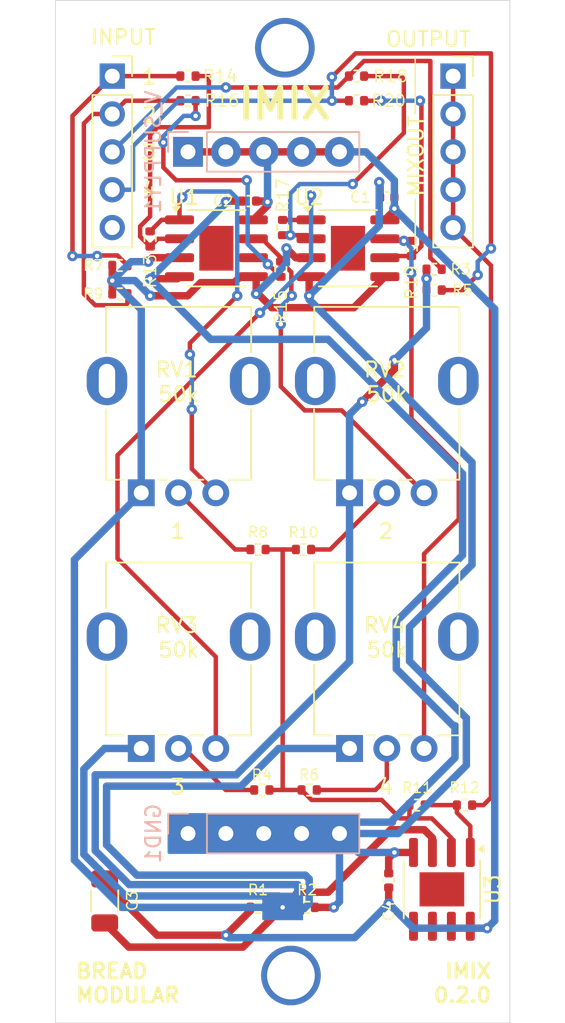
<source format=kicad_pcb>
(kicad_pcb (version 20240108) (generator "pcbnew") (generator_version "8.0")
  (layers (0 "F.Cu" signal) (31 "B.Cu" signal) (34 "B.Paste" user) (35 "F.Paste" user) (36 "B.SilkS" user "B.Silkscreen") (37 "F.SilkS" user "F.Silkscreen") (38 "B.Mask" user) (39 "F.Mask" user) (44 "Edge.Cuts" user))
  (net 0 "")
  (net 1 "GND")
  (net 2 "V_MID")
  (net 3 "IN_3")
  (net 4 "IN_4")
  (net 5 "IN_1")
  (net 7 "IN_2")
  (net 8 "MIXOUT")
  (net 9 "Net-(R4-Pad1)")
  (net 10 "Net-(U3A--)")
  (net 11 "Net-(R6-Pad1)")
  (net 12 "V_SUPPLY")
  (net 13 "Net-(R8-Pad1)")
  (net 14 "Net-(R10-Pad1)")
  (net 15 "Net-(R11-Pad2)")
  (net 16 "Net-(U1A--)")
  (net 17 "Net-(U1B--)")
  (net 18 "Net-(U2A--)")
  (net 19 "Net-(U2B--)")
  (net 23 "Net-(R13-Pad2)")
  (net 24 "Net-(R15-Pad2)")
  (net 25 "Net-(R17-Pad2)")
  (net 26 "Net-(R19-Pad2)")
  (footprint "Resistor_SMD:R_0402_1005Metric" (layer "F.Cu") (at 55.878 45.72)
    (property "Reference" "R14")
    (property "Value" "100k")
  )
  (footprint "Package_SO:SOIC-8-1EP_3.9x4.9mm_P1.27mm_EP2.29x3mm" (layer "F.Cu") (at 72.91 100.265 -90)
    (property "Reference" "U3")
    (property "Value" "MCP6002-xSN")
  )
  (footprint "Capacitor_SMD:C_0402_1005Metric" (layer "F.Cu") (at 59.972 54.102 180)
    (property "Reference" "C2")
    (property "Value" "0.1uf")
  )
  (footprint "BreadModular_Pots:Potentiometer_RV09" (layer "F.Cu") (at 55.372 83.823)
    (property "Reference" "RV3")
    (property "Value" "50k")
  )
  (footprint "Package_SO:SOIC-8-1EP_3.9x4.9mm_P1.27mm_EP2.29x3mm" (layer "F.Cu") (at 57.785 57.265)
    (property "Reference" "U1")
    (property "Value" "MCP6002-xSN")
  )
  (footprint "Capacitor_SMD:C_1206_3216Metric" (layer "F.Cu") (at 50.292 101.043 -90)
    (property "Reference" "C3")
    (property "Value" "100uf")
  )
  (footprint "Resistor_SMD:R_0402_1005Metric" (layer "F.Cu") (at 60.577 77.47)
    (property "Reference" "R8")
    (property "Value" "200k")
  )
  (footprint "Capacitor_SMD:C_0402_1005Metric" (layer "F.Cu") (at 69.342 99.667 90)
    (property "Reference" "C4")
    (property "Value" "0.1uf")
  )
  (footprint "Resistor_SMD:R_0402_1005Metric" (layer "F.Cu") (at 74.424 94.615)
    (property "Reference" "R12")
    (property "Value" "1k")
  )
  (footprint "Resistor_SMD:R_0402_1005Metric" (layer "F.Cu") (at 53.34 56.644 90)
    (property "Reference" "R13")
    (property "Value" "100k")
  )
  (footprint "BreadModular_Pots:Potentiometer_RV09" (layer "F.Cu") (at 69.342 66.678)
    (property "Reference" "RV2")
    (property "Value" "50k")
  )
  (footprint "Resistor_SMD:R_0402_1005Metric" (layer "F.Cu") (at 60.831 93.599)
    (property "Reference" "R4")
    (property "Value" "200k")
  )
  (footprint "Resistor_SMD:R_0402_1005Metric" (layer "F.Cu") (at 72.388 60.071)
    (property "Reference" "R5")
    (property "Value" "1M")
  )
  (footprint "Connector_PinSocket_2.54mm:PinSocket_1x05_P2.54mm_Vertical" (layer "F.Cu") (at 50.8 45.72)
    (property "Reference" "INPUT1")
    (property "Value" "Conn_01x05_Socket")
  )
  (footprint "Resistor_SMD:R_0402_1005Metric" (layer "F.Cu") (at 51.31 58.42)
    (property "Reference" "R7")
    (property "Value" "1M")
  )
  (footprint "Capacitor_SMD:C_0402_1005Metric" (layer "F.Cu") (at 69.243 53.848 180)
    (property "Reference" "C1")
    (property "Value" "0.1uf")
  )
  (footprint "Resistor_SMD:R_0402_1005Metric" (layer "F.Cu") (at 70.866 57.279 90)
    (property "Reference" "R19")
    (property "Value" "100k")
  )
  (footprint "Resistor_SMD:R_0402_1005Metric" (layer "F.Cu") (at 63.879 101.473)
    (property "Reference" "R2")
    (property "Value" "1k")
  )
  (footprint "Resistor_SMD:R_0402_1005Metric" (layer "F.Cu") (at 60.577 101.473)
    (property "Reference" "R1")
    (property "Value" "1k")
  )
  (footprint "Resistor_SMD:R_0402_1005Metric" (layer "F.Cu") (at 67.181 45.72)
    (property "Reference" "R18")
    (property "Value" "100k")
  )
  (footprint "Resistor_SMD:R_0402_1005Metric" (layer "F.Cu") (at 72.388 58.674)
    (property "Reference" "R3")
    (property "Value" "1M")
  )
  (footprint "Package_SO:SOIC-8-1EP_3.9x4.9mm_P1.27mm_EP2.29x3mm" (layer "F.Cu") (at 66.61 57.265)
    (property "Reference" "U2")
    (property "Value" "MCP6002-xSN")
  )
  (footprint "Resistor_SMD:R_0402_1005Metric" (layer "F.Cu") (at 51.31 60.325)
    (property "Reference" "R9")
    (property "Value" "1M")
  )
  (footprint "Resistor_SMD:R_0402_1005Metric" (layer "F.Cu") (at 55.878 47.371)
    (property "Reference" "R16")
    (property "Value" "100k")
  )
  (footprint "Resistor_SMD:R_0402_1005Metric" (layer "F.Cu") (at 64.006 93.599 180)
    (property "Reference" "R6")
    (property "Value" "200k")
  )
  (footprint "Resistor_SMD:R_0402_1005Metric" (layer "F.Cu") (at 67.181 47.371)
    (property "Reference" "R20")
    (property "Value" "100k")
  )
  (footprint "Resistor_SMD:R_0402_1005Metric" (layer "F.Cu") (at 62.23 55.878 90)
    (property "Reference" "R17")
    (property "Value" "100k")
  )
  (footprint "Resistor_SMD:R_0402_1005Metric" (layer "F.Cu") (at 71.245 94.615)
    (property "Reference" "R11")
    (property "Value" "200k")
  )
  (footprint "Resistor_SMD:R_0402_1005Metric" (layer "F.Cu") (at 62.103 58.672 90)
    (property "Reference" "R15")
    (property "Value" "100k")
  )
  (footprint "Connector_PinSocket_2.54mm:PinSocket_1x05_P2.54mm_Vertical" (layer "F.Cu") (at 73.66 45.72)
    (property "Reference" "OUTPUT1")
    (property "Value" "Conn_01x05_Socket")
  )
  (footprint "BreadModular_Pots:Potentiometer_RV09" (layer "F.Cu") (at 69.342 83.823)
    (property "Reference" "RV4")
    (property "Value" "50k")
  )
  (footprint "Resistor_SMD:R_0402_1005Metric" (layer "F.Cu") (at 63.625 77.47 180)
    (property "Reference" "R10")
    (property "Value" "200k")
  )
  (footprint "BreadModular_Pots:Potentiometer_RV09" (layer "F.Cu") (at 55.372 66.678)
    (property "Reference" "RV1")
    (property "Value" "50k")
  )
  (footprint "BreadModular_MISC:Power_Connector" (layer "B.Cu") (at 55.88 50.8 -90)
    (property "Reference" "V_SUPPLY1")
    (property "Value" "Conn_01x05_Pin")
  )
  (footprint "BreadModular_MISC:Power_Connector" (layer "B.Cu") (at 55.88 96.52 -90)
    (property "Reference" "GND1")
    (property "Value" "Conn_01x05_Pin")
  )
  (gr_poly (pts (xy 60.96 100.584) (xy 63.5 100.584) (xy 63.5 102.235) (xy 60.96 102.235)) (stroke (width 0.2)) (fill solid) (layer "B.Cu") (net 2))
  (gr_poly (pts (xy 54.61 97.79) (xy 67.31 97.79) (xy 67.31 95.25) (xy 54.61 95.25)) (stroke (width 0.2)) (fill solid) (layer "B.Cu") (net 1))
  (gr_line (start 71.12 53.975) (end 71.12 57.15) (stroke (width 0.1)) (layer "F.SilkS"))
  (gr_line (start 71.12 48.26) (end 71.12 44.45) (stroke (width 0.1)) (layer "F.SilkS"))
  (gr_line (start 46.99 109.22) (end 77.47 109.22) (stroke (width 0.05)) (layer "Edge.Cuts"))
  (gr_line (start 77.47 40.64) (end 46.99 40.64) (stroke (width 0.05)) (layer "Edge.Cuts"))
  (gr_line (start 46.99 40.64) (end 46.99 109.22) (stroke (width 0.05)) (layer "Edge.Cuts"))
  (gr_line (start 77.47 109.22) (end 77.47 40.64) (stroke (width 0.05)) (layer "Edge.Cuts"))
  (gr_text "1" (at 54.61 76.835 0) (layer "F.SilkS") (effects (font (size 1 1)) (justify left bottom)))
  (gr_text "1" (at 52.705 46.355 0) (layer "F.SilkS") (effects (font (size 1 1)) (justify left bottom)))
  (gr_text "3" (at 52.705 51.435 0) (layer "F.SilkS") (effects (font (size 1 1)) (justify left bottom)))
  (gr_text "INPUT" (at 49.276 43.688 0) (layer "F.SilkS") (effects (font (size 1 1)) (justify left bottom)))
  (gr_text "2" (at 68.58 76.835 0) (layer "F.SilkS") (effects (font (size 1 1)) (justify left bottom)))
  (gr_text "IMIX\n0.2.0" (at 76.327 107.95 0) (layer "F.SilkS") (effects (font (size 1 1) (thickness 0.2) (bold yes)) (justify right bottom)))
  (gr_text "IMIX" (at 62.357 48.768 0) (layer "F.SilkS") (effects (font (size 2 2) (thickness 0.4) (bold yes)) (justify bottom)))
  (gr_text "MIXOUT" (at 71.755 48.26 90) (layer "F.SilkS") (effects (font (size 1 1)) (justify right bottom)))
  (gr_text "4" (at 68.58 93.98 0) (layer "F.SilkS") (effects (font (size 1 1)) (justify left bottom)))
  (gr_text "4" (at 52.705 53.975 0) (layer "F.SilkS") (effects (font (size 1 1)) (justify left bottom)))
  (gr_text "2" (at 52.705 48.895 0) (layer "F.SilkS") (effects (font (size 1 1)) (justify left bottom)))
  (gr_text "3" (at 54.61 93.98 0) (layer "F.SilkS") (effects (font (size 1 1)) (justify left bottom)))
  (gr_text "OUTPUT" (at 74.93 43.815 0) (layer "F.SilkS") (effects (font (size 1 1)) (justify right bottom)))
  (gr_text "BREAD\nMODULAR" (at 48.26 107.95 0) (layer "F.SilkS") (effects (font (size 1 1) (thickness 0.2) (bold yes)) (justify left bottom)))
  (via (at 62.784908 106.045) (size 4) (drill 3.2) (layers "F.Cu" "B.Cu") (net 0))
  (via (at 62.37758 43.815) (size 4) (drill 3.2) (layers "F.Cu" "B.Cu") (net 0))
  (segment (start 55.88 96.52) (end 66.04 96.52) (width 0.5) (layer "F.Cu") (net 1))
  (segment (start 71.005 97.79) (end 69.723 97.79) (width 0.5) (layer "F.Cu") (net 1))
  (segment (start 68.763 52.888) (end 68.707 52.832) (width 0.5) (layer "F.Cu") (net 1))
  (segment (start 64.008 59.297) (end 64.135 59.17) (width 0.5) (layer "F.Cu") (net 1))
  (segment (start 69.342 98.171) (end 69.723 97.79) (width 0.5) (layer "F.Cu") (net 1))
  (segment (start 53.34 59.309) (end 55.171 59.309) (width 0.5) (layer "F.Cu") (net 1))
  (segment (start 69.342 99.187) (end 69.342 98.171) (width 0.5) (layer "F.Cu") (net 1))
  (segment (start 58.477 54.102) (end 58.42 54.159) (width 0.5) (layer "F.Cu") (net 1))
  (segment (start 55.171 59.309) (end 55.31 59.17) (width 0.5) (layer "F.Cu") (net 1))
  (segment (start 59.492 54.102) (end 58.477 54.102) (width 0.5) (layer "F.Cu") (net 1))
  (segment (start 68.763 53.848) (end 68.763 52.888) (width 0.5) (layer "F.Cu") (net 1))
  (segment (start 64.008 60.452) (end 64.008 59.297) (width 0.5) (layer "F.Cu") (net 1))
  (segment (start 64.389 101.473) (end 65.659 101.473) (width 0.5) (layer "F.Cu") (net 1))
  (via (at 65.659 101.473) (size 0.7) (drill 0.3) (layers "F.Cu" "B.Cu") (net 1))
  (via (at 53.34 59.309) (size 0.7) (drill 0.3) (layers "F.Cu" "B.Cu") (net 1))
  (via (at 69.723 97.79) (size 0.7) (drill 0.3) (layers "F.Cu" "B.Cu") (net 1))
  (via (at 64.008 60.452) (size 0.7) (drill 0.3) (layers "F.Cu" "B.Cu") (net 1))
  (via (at 68.707 52.832) (size 0.7) (drill 0.3) (layers "F.Cu" "B.Cu") (net 1))
  (via (at 58.42 54.159) (size 0.7) (drill 0.3) (layers "F.Cu" "B.Cu") (net 1))
  (segment (start 74.93 78.486) (end 70.739 82.677) (width 0.5) (layer "B.Cu") (net 1))
  (segment (start 74.549 88.773) (end 74.549 91.948) (width 0.5) (layer "B.Cu") (net 1))
  (segment (start 73.66 89.281) (end 73.787 89.281) (width 0.5) (layer "B.Cu") (net 1))
  (segment (start 66.04 101.092) (end 66.04 96.52) (width 0.5) (layer "B.Cu") (net 1))
  (segment (start 74.295 77.851) (end 69.85 82.296) (width 0.5) (layer "B.Cu") (net 1))
  (segment (start 68.707 55.753) (end 64.008 60.452) (width 0.5) (layer "B.Cu") (net 1))
  (segment (start 73.787 89.281) (end 73.787 91.44) (width 0.5) (layer "B.Cu") (net 1))
  (segment (start 64.008 60.452) (end 64.008 60.706) (width 0.5) (layer "B.Cu") (net 1))
  (segment (start 58.42 54.229) (end 53.34 59.309) (width 0.5) (layer "B.Cu") (net 1))
  (segment (start 69.596 95.758) (end 66.802 95.758) (width 0.5) (layer "B.Cu") (net 1))
  (segment (start 70.739 84.963) (end 74.549 88.773) (width 0.5) (layer "B.Cu") (net 1))
  (segment (start 74.295 72.39) (end 74.295 77.851) (width 0.5) (layer "B.Cu") (net 1))
  (segment (start 67.31 97.79) (end 66.04 96.52) (width 0.5) (layer "B.Cu") (net 1))
  (segment (start 53.34 59.309) (end 57.404 63.373) (width 0.5) (layer "B.Cu") (net 1))
  (segment (start 57.404 63.373) (end 65.278 63.373) (width 0.5) (layer "B.Cu") (net 1))
  (segment (start 74.93 71.628) (end 74.93 78.486) (width 0.5) (layer "B.Cu") (net 1))
  (segment (start 69.977 96.52) (end 60.96 96.52) (width 0.5) (layer "B.Cu") (net 1))
  (segment (start 73.787 91.44) (end 69.596 95.631) (width 0.5) (layer "B.Cu") (net 1))
  (segment (start 69.85 82.296) (end 69.85 85.471) (width 0.5) (layer "B.Cu") (net 1))
  (segment (start 60.325 95.885) (end 60.96 96.52) (width 0.5) (layer "B.Cu") (net 1))
  (segment (start 65.659 101.473) (end 66.04 101.092) (width 0.5) (layer "B.Cu") (net 1))
  (segment (start 68.707 52.832) (end 68.707 55.753) (width 0.5) (layer "B.Cu") (net 1))
  (segment (start 69.85 85.471) (end 73.66 89.281) (width 0.5) (layer "B.Cu") (net 1))
  (segment (start 70.739 82.677) (end 70.739 84.963) (width 0.5) (layer "B.Cu") (net 1))
  (segment (start 64.008 60.706) (end 74.93 71.628) (width 0.5) (layer "B.Cu") (net 1))
  (segment (start 58.42 54.159) (end 58.42 54.229) (width 0.5) (layer "B.Cu") (net 1))
  (segment (start 74.549 91.948) (end 69.977 96.52) (width 0.5) (layer "B.Cu") (net 1))
  (segment (start 69.596 95.631) (end 69.596 95.758) (width 0.5) (layer "B.Cu") (net 1))
  (segment (start 66.802 95.758) (end 66.04 96.52) (width 0.5) (layer "B.Cu") (net 1))
  (segment (start 65.278 63.373) (end 74.295 72.39) (width 0.5) (layer "B.Cu") (net 1))
  (segment (start 69.723 97.79) (end 67.31 97.79) (width 0.5) (layer "B.Cu") (net 1))
  (segment (start 63.246 100.457) (end 62.23 101.473) (width 0.5) (layer "F.Cu") (net 2))
  (segment (start 71.725999 96.266) (end 69.469 96.266) (width 0.5) (layer "F.Cu") (net 2))
  (segment (start 50.292 102.518) (end 51.914 104.14) (width 0.5) (layer "F.Cu") (net 2))
  (segment (start 61.087 101.473) (end 62.23 101.473) (width 0.5) (layer "F.Cu") (net 2))
  (segment (start 71.878 59.309) (end 71.878 58.674) (width 0.5) (layer "F.Cu") (net 2))
  (segment (start 59.38 59.17) (end 58.977316 59.572684) (width 0.5) (layer "F.Cu") (net 2))
  (segment (start 60.452 60.325) (end 60.452 59.362) (width 0.5) (layer "F.Cu") (net 2))
  (segment (start 72.275 97.79) (end 72.275 96.815001) (width 0.5) (layer "F.Cu") (net 2))
  (segment (start 65.278 100.457) (end 63.246 100.457) (width 0.5) (layer "F.Cu") (net 2))
  (segment (start 60.452 59.362) (end 60.26 59.17) (width 0.5) (layer "F.Cu") (net 2))
  (segment (start 69.469 96.266) (end 65.278 100.457) (width 0.5) (layer "F.Cu") (net 2))
  (segment (start 56.735 59.572684) (end 55.855684 60.452) (width 0.5) (layer "F.Cu") (net 2))
  (segment (start 69.723 64.77) (end 69.723 65.405) (width 0.5) (layer "F.Cu") (net 2))
  (segment (start 53.479 57.9) (end 53.213 58.166) (width 0.5) (layer "F.Cu") (net 2))
  (segment (start 69.085 59.17) (end 67.003 61.252) (width 0.5) (layer "F.Cu") (net 2))
  (segment (start 58.977316 59.572684) (end 56.735 59.572684) (width 0.5) (layer "F.Cu") (net 2))
  (segment (start 72.275 96.815001) (end 71.725999 96.266) (width 0.5) (layer "F.Cu") (net 2))
  (segment (start 50.8 58.42) (end 50.8 59.436) (width 0.5) (layer "F.Cu") (net 2))
  (segment (start 69.723 65.405) (end 67.564 67.564) (width 0.5) (layer "F.Cu") (net 2))
  (segment (start 51.914 104.14) (end 59.563 104.14) (width 0.5) (layer "F.Cu") (net 2))
  (segment (start 60.579 60.325) (end 60.452 60.325) (width 0.5) (layer "F.Cu") (net 2))
  (segment (start 61.506 61.252) (end 60.579 60.325) (width 0.5) (layer "F.Cu") (net 2))
  (segment (start 60.26 59.17) (end 59.38 59.17) (width 0.5) (layer "F.Cu") (net 2))
  (segment (start 59.563 104.14) (end 62.23 101.473) (width 0.5) (layer "F.Cu") (net 2))
  (segment (start 55.855684 60.452) (end 53.34 60.452) (width 0.5) (layer "F.Cu") (net 2))
  (segment (start 67.003 61.252) (end 61.506 61.252) (width 0.5) (layer "F.Cu") (net 2))
  (segment (start 63.107 57.9) (end 62.484 57.277) (width 0.5) (layer "F.Cu") (net 2))
  (segment (start 50.8 59.436) (end 50.8 60.325) (width 0.5) (layer "F.Cu") (net 2))
  (segment (start 55.31 57.9) (end 53.479 57.9) (width 0.5) (layer "F.Cu") (net 2))
  (segment (start 62.23 101.473) (end 63.369 101.473) (width 0.5) (layer "F.Cu") (net 2))
  (segment (start 71.878 60.071) (end 71.878 59.309) (width 0.5) (layer "F.Cu") (net 2))
  (segment (start 64.135 57.9) (end 63.107 57.9) (width 0.5) (layer "F.Cu") (net 2))
  (via (at 71.878 59.309) (size 0.7) (drill 0.3) (layers "F.Cu" "B.Cu") (net 2))
  (via (at 69.723 64.77) (size 0.7) (drill 0.3) (layers "F.Cu" "B.Cu") (net 2))
  (via (at 60.452 60.325) (size 0.7) (drill 0.3) (layers "F.Cu" "B.Cu") (net 2))
  (via (at 67.564 67.564) (size 0.7) (drill 0.3) (layers "F.Cu" "B.Cu") (net 2))
  (via (at 62.23 101.473) (size 0.7) (drill 0.3) (layers "F.Cu" "B.Cu") (net 2))
  (via (at 53.34 60.452) (size 0.7) (drill 0.3) (layers "F.Cu" "B.Cu") (net 2))
  (via (at 53.213 58.166) (size 0.7) (drill 0.3) (layers "F.Cu" "B.Cu") (net 2))
  (via (at 50.8 59.436) (size 0.7) (drill 0.3) (layers "F.Cu" "B.Cu") (net 2))
  (via (at 62.484 57.277) (size 0.7) (drill 0.3) (layers "F.Cu" "B.Cu") (net 2))
  (segment (start 62.23 100.965) (end 61.976 100.711) (width 0.5) (layer "B.Cu") (net 2))
  (segment (start 64.008 99.568) (end 64.008 101.219) (width 0.5) (layer "B.Cu") (net 2))
  (segment (start 66.715 90.815) (end 61.966 90.815) (width 0.5) (layer "B.Cu") (net 2))
  (segment (start 66.715 73.67) (end 66.715 84.9865) (width 0.5) (layer "B.Cu") (net 2))
  (segment (start 63.246 99.949) (end 63.246 100.711) (width 0.5) (layer "B.Cu") (net 2))
  (segment (start 50.8 59.436) (end 52.745 61.381) (width 0.5) (layer "B.Cu") (net 2))
  (segment (start 49.657 92.583) (end 49.657 97.663) (width 0.5) (layer "B.Cu") (net 2))
  (segment (start 62.992 100.711) (end 62.23 101.473) (width 0.5) (layer "B.Cu") (net 2))
  (segment (start 64.008 101.219) (end 63.246 101.981) (width 0.5) (layer "B.Cu") (net 2))
  (segment (start 48.26 78.155) (end 48.26 98.298) (width 0.5) (layer "B.Cu") (net 2))
  (segment (start 67.564 67.564) (end 66.715 68.413) (width 0.5) (layer "B.Cu") (net 2))
  (segment (start 52.745 73.67) (end 48.26 78.155) (width 0.5) (layer "B.Cu") (net 2))
  (segment (start 62.484 57.277) (end 62.484 58.293) (width 0.5) (layer "B.Cu") (net 2))
  (segment (start 62.23 101.473) (end 62.23 100.965) (width 0.5) (layer "B.Cu") (net 2))
  (segment (start 48.895 92.202) (end 50.282 90.815) (width 0.5) (layer "B.Cu") (net 2))
  (segment (start 52.07 58.166) (end 50.8 59.436) (width 0.5) (layer "B.Cu") (net 2))
  (segment (start 52.324 59.436) (end 50.8 59.436) (width 0.5) (layer "B.Cu") (net 2))
  (segment (start 66.715 68.413) (end 66.715 73.67) (width 0.5) (layer "B.Cu") (net 2))
  (segment (start 50.282 90.815) (end 52.745 90.815) (width 0.5) (layer "B.Cu") (net 2))
  (segment (start 62.738 101.981) (end 62.23 101.473) (width 0.5) (layer "B.Cu") (net 2))
  (segment (start 53.213 58.166) (end 52.07 58.166) (width 0.5) (layer "B.Cu") (net 2))
  (segment (start 51.943 99.949) (end 63.246 99.949) (width 0.5) (layer "B.Cu") (net 2))
  (segment (start 50.419 97.282) (end 52.451 99.314) (width 0.5) (layer "B.Cu") (net 2))
  (segment (start 51.689 100.711) (end 48.895 97.917) (width 0.5) (layer "B.Cu") (net 2))
  (segment (start 49.657 97.663) (end 51.943 99.949) (width 0.5) (layer "B.Cu") (net 2))
  (segment (start 69.723 64.77) (end 71.878 62.615) (width 0.5) (layer "B.Cu") (net 2))
  (segment (start 61.976 100.711) (end 51.689 100.711) (width 0.5) (layer "B.Cu") (net 2))
  (segment (start 51.435 101.473) (end 62.23 101.473) (width 0.5) (layer "B.Cu") (net 2))
  (segment (start 48.26 98.298) (end 51.435 101.473) (width 0.5) (layer "B.Cu") (net 2))
  (segment (start 59.1185 92.583) (end 49.657 92.583) (width 0.5) (layer "B.Cu") (net 2))
  (segment (start 63.246 101.981) (end 62.738 101.981) (width 0.5) (layer "B.Cu") (net 2))
  (segment (start 52.745 61.381) (end 52.745 73.67) (width 0.5) (layer "B.Cu") (net 2))
  (segment (start 63.754 99.314) (end 64.008 99.568) (width 0.5) (layer "B.Cu") (net 2))
  (segment (start 62.484 58.293) (end 60.452 60.325) (width 0.5) (layer "B.Cu") (net 2))
  (segment (start 71.878 62.615) (end 71.878 59.309) (width 0.5) (layer "B.Cu") (net 2))
  (segment (start 48.895 97.917) (end 48.895 92.202) (width 0.5) (layer "B.Cu") (net 2))
  (segment (start 61.966 90.815) (end 59.436 93.345) (width 0.5) (layer "B.Cu") (net 2))
  (segment (start 53.34 60.452) (end 52.324 59.436) (width 0.5) (layer "B.Cu") (net 2))
  (segment (start 50.419 93.345) (end 50.419 97.282) (width 0.5) (layer "B.Cu") (net 2))
  (segment (start 63.246 100.711) (end 62.992 100.711) (width 0.5) (layer "B.Cu") (net 2))
  (segment (start 52.451 99.314) (end 63.754 99.314) (width 0.5) (layer "B.Cu") (net 2))
  (segment (start 59.436 93.345) (end 50.419 93.345) (width 0.5) (layer "B.Cu") (net 2))
  (segment (start 66.715 84.9865) (end 59.1185 92.583) (width 0.5) (layer "B.Cu") (net 2))
  (segment (start 72.898 58.674) (end 72.136 57.912) (width 0.3) (layer "F.Cu") (net 3))
  (segment (start 67.687 44.704) (end 66.671 45.72) (width 0.3) (layer "F.Cu") (net 3))
  (segment (start 72.136 44.704) (end 67.687 44.704) (width 0.3) (layer "F.Cu") (net 3))
  (segment (start 72.136 57.912) (end 72.136 44.704) (width 0.3) (layer "F.Cu") (net 3))
  (segment (start 65.909 46.482) (end 58.42 46.482) (width 0.3) (layer "F.Cu") (net 3))
  (segment (start 66.671 45.72) (end 65.909 46.482) (width 0.3) (layer "F.Cu") (net 3))
  (via (at 58.42 46.482) (size 0.7) (drill 0.3) (layers "F.Cu" "B.Cu") (net 3))
  (segment (start 58.42 46.482) (end 55.118 46.482) (width 0.3) (layer "B.Cu") (net 3))
  (segment (start 55.118 46.482) (end 50.8 50.8) (width 0.3) (layer "B.Cu") (net 3))
  (segment (start 76.2 57.277) (end 76.2 44.196) (width 0.3) (layer "F.Cu") (net 4))
  (segment (start 66.671 47.371) (end 65.532 47.371) (width 0.3) (layer "F.Cu") (net 4))
  (segment (start 72.898 60.071) (end 74.295 60.071) (width 0.3) (layer "F.Cu") (net 4))
  (segment (start 67.118 44.196) (end 65.532 45.782) (width 0.3) (layer "F.Cu") (net 4))
  (segment (start 74.295 60.071) (end 75.311 59.055) (width 0.3) (layer "F.Cu") (net 4))
  (segment (start 76.2 44.196) (end 67.118 44.196) (width 0.3) (layer "F.Cu") (net 4))
  (via (at 65.532 45.782) (size 0.7) (drill 0.3) (layers "F.Cu" "B.Cu") (net 4))
  (via (at 76.2 57.277) (size 0.7) (drill 0.3) (layers "F.Cu" "B.Cu") (net 4))
  (via (at 65.532 47.371) (size 0.7) (drill 0.3) (layers "F.Cu" "B.Cu") (net 4))
  (via (at 75.311 59.055) (size 0.7) (drill 0.3) (layers "F.Cu" "B.Cu") (net 4))
  (segment (start 75.311 59.055) (end 75.311 58.166) (width 0.3) (layer "B.Cu") (net 4))
  (segment (start 55.243043 47.372957) (end 65.530043 47.372957) (width 0.3) (layer "B.Cu") (net 4))
  (segment (start 52.197 53.34) (end 52.197 50.419) (width 0.3) (layer "B.Cu") (net 4))
  (segment (start 65.532 45.782) (end 65.532 47.371) (width 0.3) (layer "B.Cu") (net 4))
  (segment (start 65.530043 47.372957) (end 65.532 47.371) (width 0.3) (layer "B.Cu") (net 4))
  (segment (start 52.197 50.419) (end 55.243043 47.372957) (width 0.3) (layer "B.Cu") (net 4))
  (segment (start 50.8 53.34) (end 52.197 53.34) (width 0.3) (layer "B.Cu") (net 4))
  (segment (start 75.311 58.166) (end 76.2 57.277) (width 0.3) (layer "B.Cu") (net 4))
  (segment (start 51.15 57.75) (end 49.819 57.75) (width 0.3) (layer "F.Cu") (net 5))
  (segment (start 48.133 57.785) (end 48.133 48.387) (width 0.3) (layer "F.Cu") (net 5))
  (segment (start 48.133 48.387) (end 50.8 45.72) (width 0.3) (layer "F.Cu") (net 5))
  (segment (start 50.8 45.72) (end 55.368 45.72) (width 0.3) (layer "F.Cu") (net 5))
  (segment (start 51.82 58.42) (end 51.15 57.75) (width 0.3) (layer "F.Cu") (net 5))
  (segment (start 49.819 57.75) (end 49.784 57.785) (width 0.3) (layer "F.Cu") (net 5))
  (via (at 48.133 57.785) (size 0.7) (drill 0.3) (layers "F.Cu" "B.Cu") (net 5))
  (via (at 49.784 57.785) (size 0.7) (drill 0.3) (layers "F.Cu" "B.Cu") (net 5))
  (segment (start 49.784 57.785) (end 48.133 57.785) (width 0.3) (layer "B.Cu") (net 5))
  (segment (start 48.895 60.325) (end 48.895 48.895) (width 0.3) (layer "F.Cu") (net 7))
  (segment (start 49.53 48.26) (end 50.8 48.26) (width 0.3) (layer "F.Cu") (net 7))
  (segment (start 51.82 60.325) (end 51.82 60.956) (width 0.3) (layer "F.Cu") (net 7))
  (segment (start 51.689 47.371) (end 50.8 48.26) (width 0.3) (layer "F.Cu") (net 7))
  (segment (start 49.657 61.087) (end 48.895 60.325) (width 0.3) (layer "F.Cu") (net 7))
  (segment (start 51.82 60.956) (end 51.689 61.087) (width 0.3) (layer "F.Cu") (net 7))
  (segment (start 51.689 61.087) (end 49.657 61.087) (width 0.3) (layer "F.Cu") (net 7))
  (segment (start 48.895 48.895) (end 49.53 48.26) (width 0.3) (layer "F.Cu") (net 7))
  (segment (start 55.368 47.371) (end 51.689 47.371) (width 0.3) (layer "F.Cu") (net 7))
  (segment (start 76.2 94.111) (end 76.2 58.42) (width 0.3) (layer "F.Cu") (net 8))
  (segment (start 73.66 45.72) (end 73.66 55.88) (width 0.3) (layer "F.Cu") (net 8))
  (segment (start 76.2 94.111) (end 75.696 94.615) (width 0.3) (layer "F.Cu") (net 8))
  (segment (start 76.2 58.42) (end 73.66 55.88) (width 0.3) (layer "F.Cu") (net 8))
  (segment (start 75.696 94.615) (end 74.934 94.615) (width 0.3) (layer "F.Cu") (net 8))
  (segment (start 60.321 93.599) (end 58.406 93.599) (width 0.3) (layer "F.Cu") (net 9))
  (segment (start 58.406 93.599) (end 55.241 90.434) (width 0.3) (layer "F.Cu") (net 9))
  (segment (start 72.233999 95.504) (end 70.612 95.504) (width 0.3) (layer "F.Cu") (net 10))
  (segment (start 63.115 77.47) (end 62.357 77.47) (width 0.3) (layer "F.Cu") (net 10))
  (segment (start 70.612 95.504) (end 70.104 95.504) (width 0.3) (layer "F.Cu") (net 10))
  (segment (start 73.545 96.815001) (end 72.233999 95.504) (width 0.3) (layer "F.Cu") (net 10))
  (segment (start 62.23 77.47) (end 62.23 93.476) (width 0.3) (layer "F.Cu") (net 10))
  (segment (start 70.735 95.381) (end 70.735 94.615) (width 0.3) (layer "F.Cu") (net 10))
  (segment (start 68.869 94.269) (end 64.166 94.269) (width 0.3) (layer "F.Cu") (net 10))
  (segment (start 62.23 77.47) (end 61.087 77.47) (width 0.3) (layer "F.Cu") (net 10))
  (segment (start 62.23 93.476) (end 62.353 93.599) (width 0.3) (layer "F.Cu") (net 10))
  (segment (start 70.612 95.504) (end 70.735 95.381) (width 0.3) (layer "F.Cu") (net 10))
  (segment (start 61.341 93.599) (end 62.353 93.599) (width 0.3) (layer "F.Cu") (net 10))
  (segment (start 70.104 95.504) (end 68.869 94.269) (width 0.3) (layer "F.Cu") (net 10))
  (segment (start 62.357 77.47) (end 62.23 77.47) (width 0.3) (layer "F.Cu") (net 10))
  (segment (start 62.353 93.599) (end 63.496 93.599) (width 0.3) (layer "F.Cu") (net 10))
  (segment (start 64.166 94.269) (end 63.496 93.599) (width 0.3) (layer "F.Cu") (net 10))
  (segment (start 73.545 97.79) (end 73.545 96.815001) (width 0.3) (layer "F.Cu") (net 10))
  (segment (start 69.215 90.815) (end 69.215 92.837) (width 0.3) (layer "F.Cu") (net 11))
  (segment (start 69.215 92.837) (end 68.453 93.599) (width 0.3) (layer "F.Cu") (net 11))
  (segment (start 68.453 93.599) (end 64.516 93.599) (width 0.3) (layer "F.Cu") (net 11))
  (segment (start 69.723 54.61) (end 69.723 54.722) (width 0.5) (layer "F.Cu") (net 12))
  (segment (start 50.292 99.822) (end 50.292 99.568) (width 0.5) (layer "F.Cu") (net 12))
  (segment (start 75.946 102.87) (end 74.945 102.87) (width 0.5) (layer "F.Cu") (net 12))
  (segment (start 58.42 103.34) (end 53.81 103.34) (width 0.5) (layer "F.Cu") (net 12))
  (segment (start 53.81 103.34) (end 50.292 99.822) (width 0.5) (layer "F.Cu") (net 12))
  (segment (start 61.214 54.406) (end 60.26 55.36) (width 0.5) (layer "F.Cu") (net 12))
  (segment (start 69.342 100.147) (end 69.342 101.219) (width 0.5) (layer "F.Cu") (net 12))
  (segment (start 55.88 50.8) (end 66.04 50.8) (width 0.5) (layer "F.Cu") (net 12))
  (segment (start 60.452 54.102) (end 61.157 54.102) (width 0.5) (layer "F.Cu") (net 12))
  (segment (start 61.214 54.159) (end 61.214 54.406) (width 0.5) (layer "F.Cu") (net 12))
  (segment (start 69.723 53.848) (end 69.723 54.61) (width 0.5) (layer "F.Cu") (net 12))
  (segment (start 60.067 101.693) (end 58.42 103.34) (width 0.5) (layer "F.Cu") (net 12))
  (segment (start 60.067 101.473) (end 60.067 101.693) (width 0.5) (layer "F.Cu") (net 12))
  (segment (start 69.723 54.722) (end 69.085 55.36) (width 0.5) (layer "F.Cu") (net 12))
  (segment (start 74.945 102.87) (end 74.815 102.74) (width 0.5) (layer "F.Cu") (net 12))
  (segment (start 61.157 54.102) (end 61.214 54.159) (width 0.5) (layer "F.Cu") (net 12))
  (via (at 69.723 54.61) (size 0.7) (drill 0.3) (layers "F.Cu" "B.Cu") (net 12))
  (via (at 75.946 102.87) (size 0.7) (drill 0.3) (layers "F.Cu" "B.Cu") (net 12))
  (via (at 58.42 103.34) (size 0.7) (drill 0.3) (layers "F.Cu" "B.Cu") (net 12))
  (via (at 61.214 54.159) (size 0.7) (drill 0.3) (layers "F.Cu" "B.Cu") (net 12))
  (via (at 69.342 101.219) (size 0.7) (drill 0.3) (layers "F.Cu" "B.Cu") (net 12))
  (segment (start 76.454 61.341) (end 69.723 54.61) (width 0.5) (layer "B.Cu") (net 12))
  (segment (start 58.585 103.505) (end 67.056 103.505) (width 0.5) (layer "B.Cu") (net 12))
  (segment (start 75.946 102.87) (end 76.454 102.362) (width 0.5) (layer "B.Cu") (net 12))
  (segment (start 67.806371 50.8) (end 66.04 50.8) (width 0.5) (layer "B.Cu") (net 12))
  (segment (start 61.214 54.159) (end 61.214 51.054) (width 0.5) (layer "B.Cu") (net 12))
  (segment (start 69.723 52.716629) (end 67.806371 50.8) (width 0.5) (layer "B.Cu") (net 12))
  (segment (start 69.342 101.219) (end 70.993 102.87) (width 0.5) (layer "B.Cu") (net 12))
  (segment (start 76.454 102.362) (end 76.454 61.341) (width 0.5) (layer "B.Cu") (net 12))
  (segment (start 61.214 51.054) (end 60.96 50.8) (width 0.5) (layer "B.Cu") (net 12))
  (segment (start 67.056 103.505) (end 69.342 101.219) (width 0.5) (layer "B.Cu") (net 12))
  (segment (start 69.723 54.61) (end 69.723 52.716629) (width 0.5) (layer "B.Cu") (net 12))
  (segment (start 70.993 102.87) (end 75.946 102.87) (width 0.5) (layer "B.Cu") (net 12))
  (segment (start 58.42 103.34) (end 58.585 103.505) (width 0.5) (layer "B.Cu") (net 12))
  (segment (start 59.045 77.47) (end 55.245 73.67) (width 0.3) (layer "F.Cu") (net 13))
  (segment (start 60.067 77.47) (end 59.045 77.47) (width 0.3) (layer "F.Cu") (net 13))
  (segment (start 65.415 77.47) (end 69.215 73.67) (width 0.3) (layer "F.Cu") (net 14))
  (segment (start 64.135 77.47) (end 65.415 77.47) (width 0.3) (layer "F.Cu") (net 14))
  (segment (start 74.815 96.024) (end 73.914 95.123) (width 0.3) (layer "F.Cu") (net 15))
  (segment (start 74.815 97.79) (end 74.815 96.024) (width 0.3) (layer "F.Cu") (net 15))
  (segment (start 73.914 95.123) (end 73.914 94.615) (width 0.3) (layer "F.Cu") (net 15))
  (segment (start 73.914 94.615) (end 71.755 94.615) (width 0.3) (layer "F.Cu") (net 15))
  (segment (start 55.31 56.63) (end 53.864 56.63) (width 0.3) (layer "F.Cu") (net 16))
  (segment (start 57.277 45.72) (end 57.277 49.149) (width 0.3) (layer "F.Cu") (net 16))
  (segment (start 53.34 49.657) (end 53.34 55.124366) (width 0.3) (layer "F.Cu") (net 16))
  (segment (start 56.388 45.72) (end 57.277 45.72) (width 0.3) (layer "F.Cu") (net 16))
  (segment (start 53.34 55.124366) (end 52.67 55.794366) (width 0.3) (layer "F.Cu") (net 16))
  (segment (start 52.67 56.484) (end 53.34 57.154) (width 0.3) (layer "F.Cu") (net 16))
  (segment (start 52.67 55.794366) (end 52.67 56.484) (width 0.3) (layer "F.Cu") (net 16))
  (segment (start 53.848 49.149) (end 53.34 49.657) (width 0.3) (layer "F.Cu") (net 16))
  (segment (start 57.277 49.149) (end 53.848 49.149) (width 0.3) (layer "F.Cu") (net 16))
  (segment (start 53.864 56.63) (end 53.34 57.154) (width 0.3) (layer "F.Cu") (net 16))
  (segment (start 54.845634 56.63) (end 55.31 56.63) (width 0.3) (layer "F.Cu") (net 16))
  (segment (start 62.103 59.182) (end 60.821 57.9) (width 0.3) (layer "F.Cu") (net 17))
  (segment (start 60.821 57.9) (end 60.26 57.9) (width 0.3) (layer "F.Cu") (net 17))
  (segment (start 55.085 52.705) (end 59.817 52.705) (width 0.3) (layer "F.Cu") (net 17))
  (segment (start 54.229 51.849) (end 55.085 52.705) (width 0.3) (layer "F.Cu") (net 17))
  (segment (start 54.229 50.165) (end 54.229 51.849) (width 0.3) (layer "F.Cu") (net 17))
  (segment (start 56.388 47.371) (end 56.388 48.387) (width 0.3) (layer "F.Cu") (net 17))
  (via (at 61.233594 58.335844) (size 0.7) (drill 0.3) (layers "F.Cu" "B.Cu") (net 17))
  (via (at 59.817 52.705) (size 0.7) (drill 0.3) (layers "F.Cu" "B.Cu") (net 17))
  (via (at 54.229 50.165) (size 0.7) (drill 0.3) (layers "F.Cu" "B.Cu") (net 17))
  (via (at 56.388 48.387) (size 0.7) (drill 0.3) (layers "F.Cu" "B.Cu") (net 17))
  (segment (start 61.233594 58.335844) (end 59.882 56.98425) (width 0.3) (layer "B.Cu") (net 17))
  (segment (start 59.882 56.98425) (end 59.882 52.77) (width 0.3) (layer "B.Cu") (net 17))
  (segment (start 55.593 48.387) (end 54.229 49.751) (width 0.3) (layer "B.Cu") (net 17))
  (segment (start 56.388 48.387) (end 55.593 48.387) (width 0.3) (layer "B.Cu") (net 17))
  (segment (start 59.882 52.77) (end 59.817 52.705) (width 0.3) (layer "B.Cu") (net 17))
  (segment (start 54.229 49.751) (end 54.229 50.165) (width 0.3) (layer "B.Cu") (net 17))
  (segment (start 70.231 45.72) (end 70.358 45.847) (width 0.3) (layer "F.Cu") (net 18))
  (segment (start 62.23 56.388) (end 62.738 56.388) (width 0.3) (layer "F.Cu") (net 18))
  (segment (start 70.358 45.847) (end 70.358 49.53) (width 0.3) (layer "F.Cu") (net 18))
  (segment (start 67.691 45.72) (end 70.231 45.72) (width 0.3) (layer "F.Cu") (net 18))
  (segment (start 62.738 56.388) (end 63.893 56.388) (width 0.3) (layer "F.Cu") (net 18))
  (segment (start 70.358 49.53) (end 66.929 52.959) (width 0.3) (layer "F.Cu") (net 18))
  (segment (start 63.893 56.388) (end 64.135 56.63) (width 0.3) (layer "F.Cu") (net 18))
  (via (at 66.929 52.959) (size 0.7) (drill 0.3) (layers "F.Cu" "B.Cu") (net 18))
  (via (at 62.738 56.388) (size 0.7) (drill 0.3) (layers "F.Cu" "B.Cu") (net 18))
  (segment (start 66.929 52.959) (end 63.373 52.959) (width 0.3) (layer "B.Cu") (net 18))
  (segment (start 62.738 53.594) (end 62.738 56.388) (width 0.3) (layer "B.Cu") (net 18))
  (segment (start 63.373 52.959) (end 62.738 53.594) (width 0.3) (layer "B.Cu") (net 18))
  (segment (start 71.536 57.119) (end 71.536 47.471) (width 0.3) (layer "F.Cu") (net 19))
  (segment (start 70.866 57.789) (end 69.196 57.789) (width 0.3) (layer "F.Cu") (net 19))
  (segment (start 70.866 57.789) (end 71.536 57.119) (width 0.3) (layer "F.Cu") (net 19))
  (segment (start 68.834 47.371) (end 67.691 47.371) (width 0.3) (layer "F.Cu") (net 19))
  (segment (start 69.196 57.789) (end 69.085 57.9) (width 0.3) (layer "F.Cu") (net 19))
  (segment (start 71.536 47.471) (end 71.436 47.371) (width 0.3) (layer "F.Cu") (net 19))
  (via (at 71.436 47.371) (size 0.7) (drill 0.3) (layers "F.Cu" "B.Cu") (net 19))
  (via (at 68.834 47.371) (size 0.7) (drill 0.3) (layers "F.Cu" "B.Cu") (net 19))
  (segment (start 71.436 47.371) (end 68.834 47.371) (width 0.3) (layer "B.Cu") (net 19))
  (segment (start 54.114 55.36) (end 55.31 55.36) (width 0.3) (layer "F.Cu") (net 23))
  (segment (start 56.007 63.627) (end 56.007 64.389) (width 0.3) (layer "F.Cu") (net 23))
  (segment (start 59.182 60.452) (end 56.007 63.627) (width 0.3) (layer "F.Cu") (net 23))
  (segment (start 56.134 72.059) (end 57.745 73.67) (width 0.3) (layer "F.Cu") (net 23))
  (segment (start 55.31 55.36) (end 55.31 54.037) (width 0.3) (layer "F.Cu") (net 23))
  (segment (start 53.34 56.134) (end 54.114 55.36) (width 0.3) (layer "F.Cu") (net 23))
  (segment (start 56.134 68.072) (end 56.134 72.059) (width 0.3) (layer "F.Cu") (net 23))
  (segment (start 55.31 54.037) (end 55.499 53.848) (width 0.3) (layer "F.Cu") (net 23))
  (via (at 56.134 68.072) (size 0.7) (drill 0.3) (layers "F.Cu" "B.Cu") (net 23))
  (via (at 59.182 60.452) (size 0.7) (drill 0.3) (layers "F.Cu" "B.Cu") (net 23))
  (via (at 56.007 64.389) (size 0.7) (drill 0.3) (layers "F.Cu" "B.Cu") (net 23))
  (via (at 55.499 53.848) (size 0.7) (drill 0.3) (layers "F.Cu" "B.Cu") (net 23))
  (segment (start 59.182 53.93105) (end 59.182 60.452) (width 0.3) (layer "B.Cu") (net 23))
  (segment (start 55.499 53.848) (end 55.888 53.459) (width 0.3) (layer "B.Cu") (net 23))
  (segment (start 56.134 64.516) (end 56.134 68.072) (width 0.3) (layer "B.Cu") (net 23))
  (segment (start 55.888 53.459) (end 58.70995 53.459) (width 0.3) (layer "B.Cu") (net 23))
  (segment (start 58.70995 53.459) (end 59.182 53.93105) (width 0.3) (layer "B.Cu") (net 23))
  (segment (start 56.007 64.389) (end 56.134 64.516) (width 0.3) (layer "B.Cu") (net 23))
  (segment (start 63.706695 68.14) (end 62.103 66.536305) (width 0.3) (layer "F.Cu") (net 24))
  (segment (start 62.81 58.869) (end 62.103 58.162) (width 0.3) (layer "F.Cu") (net 24))
  (segment (start 66.185 68.14) (end 63.706695 68.14) (width 0.3) (layer "F.Cu") (net 24))
  (segment (start 62.81 60.423051) (end 62.81 58.869) (width 0.3) (layer "F.Cu") (net 24))
  (segment (start 71.715 73.67) (end 66.185 68.14) (width 0.3) (layer "F.Cu") (net 24))
  (segment (start 62.103 66.536305) (end 62.103 62.357) (width 0.3) (layer "F.Cu") (net 24))
  (segment (start 62.103 58.162) (end 62.103 57.892001) (width 0.3) (layer "F.Cu") (net 24))
  (segment (start 62.103 57.892001) (end 60.840999 56.63) (width 0.3) (layer "F.Cu") (net 24))
  (segment (start 62.838949 60.452) (end 62.81 60.423051) (width 0.3) (layer "F.Cu") (net 24))
  (segment (start 60.840999 56.63) (end 60.26 56.63) (width 0.3) (layer "F.Cu") (net 24))
  (via (at 62.103 62.357) (size 0.7) (drill 0.3) (layers "F.Cu" "B.Cu") (net 24))
  (via (at 62.838949 60.452) (size 0.7) (drill 0.3) (layers "F.Cu" "B.Cu") (net 24))
  (segment (start 62.103 62.357) (end 62.103 61.187949) (width 0.3) (layer "B.Cu") (net 24))
  (segment (start 62.103 61.187949) (end 62.838949 60.452) (width 0.3) (layer "B.Cu") (net 24))
  (segment (start 64.135 55.36) (end 64.135 53.721) (width 0.3) (layer "F.Cu") (net 25))
  (segment (start 57.745 84.669) (end 57.745 90.815) (width 0.3) (layer "F.Cu") (net 25))
  (segment (start 64.127 55.368) (end 64.135 55.36) (width 0.3) (layer "F.Cu") (net 25))
  (segment (start 62.23 55.368) (end 64.127 55.368) (width 0.3) (layer "F.Cu") (net 25))
  (segment (start 51.153305 71.147695) (end 51.153305 78.077305) (width 0.3) (layer "F.Cu") (net 25))
  (segment (start 60.706 61.595) (end 51.153305 71.147695) (width 0.3) (layer "F.Cu") (net 25))
  (segment (start 51.153305 78.077305) (end 57.745 84.669) (width 0.3) (layer "F.Cu") (net 25))
  (via (at 60.706 61.595) (size 0.7) (drill 0.3) (layers "F.Cu" "B.Cu") (net 25))
  (via (at 64.135 53.721) (size 0.7) (drill 0.3) (layers "F.Cu" "B.Cu") (net 25))
  (segment (start 64.135 53.721) (end 64.135 58.166) (width 0.3) (layer "B.Cu") (net 25))
  (segment (start 64.135 58.166) (end 60.706 61.595) (width 0.3) (layer "B.Cu") (net 25))
  (segment (start 71.715 77.764) (end 73.279 76.2) (width 0.3) (layer "F.Cu") (net 26))
  (segment (start 70.358 56.769) (end 69.224 56.769) (width 0.3) (layer "F.Cu") (net 26))
  (segment (start 70.866 68.707) (end 70.866 58.928) (width 0.3) (layer "F.Cu") (net 26))
  (segment (start 74.041 75.438) (end 74.041 74.549) (width 0.3) (layer "F.Cu") (net 26))
  (segment (start 73.279 76.2) (end 74.041 75.438) (width 0.3) (layer "F.Cu") (net 26))
  (segment (start 74.041 71.882) (end 72.263 70.104) (width 0.3) (layer "F.Cu") (net 26))
  (segment (start 72.263 70.104) (end 70.866 68.707) (width 0.3) (layer "F.Cu") (net 26))
  (segment (start 69.224 56.769) (end 69.085 56.63) (width 0.3) (layer "F.Cu") (net 26))
  (segment (start 70.866 56.769) (end 70.358 56.769) (width 0.3) (layer "F.Cu") (net 26))
  (segment (start 71.715 90.815) (end 71.715 77.764) (width 0.3) (layer "F.Cu") (net 26))
  (segment (start 74.041 74.549) (end 74.041 71.882) (width 0.3) (layer "F.Cu") (net 26))
  (via (at 70.358 56.769) (size 0.7) (drill 0.3) (layers "F.Cu" "B.Cu") (net 26))
  (via (at 70.866 58.928) (size 0.7) (drill 0.3) (layers "F.Cu" "B.Cu") (net 26))
  (segment (start 70.866 58.928) (end 70.866 57.277) (width 0.3) (layer "B.Cu") (net 26))
  (segment (start 70.866 57.277) (end 70.358 56.769) (width 0.3) (layer "B.Cu") (net 26))
)
</source>
